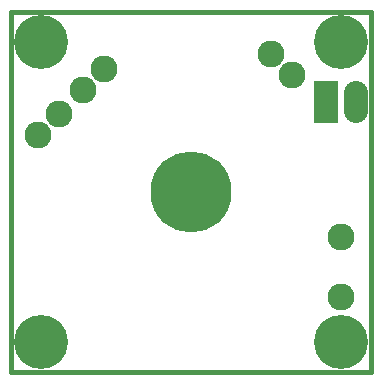
<source format=gts>
G04 (created by PCBNEW-RS274X (2010-05-05 BZR 2356)-stable) date 12/22/10 19:34:27*
G01*
G70*
G90*
%MOIN*%
G04 Gerber Fmt 3.4, Leading zero omitted, Abs format*
%FSLAX34Y34*%
G04 APERTURE LIST*
%ADD10C,0.005000*%
%ADD11C,0.015000*%
%ADD12C,0.270000*%
%ADD13C,0.090000*%
%ADD14R,0.080000X0.140000*%
%ADD15O,0.080000X0.140000*%
%ADD16C,0.180000*%
G04 APERTURE END LIST*
G54D10*
G54D11*
X10000Y-22000D02*
X10000Y-10000D01*
X22000Y-22000D02*
X10000Y-22000D01*
X22000Y-10000D02*
X22000Y-22000D01*
X10000Y-10000D02*
X22000Y-10000D01*
G54D12*
X16000Y-16000D03*
G54D13*
X21000Y-19500D03*
X21000Y-17500D03*
G54D14*
X20500Y-13000D03*
G54D15*
X21500Y-13000D03*
G54D13*
X18646Y-11396D03*
X19354Y-12104D03*
X12396Y-12604D03*
X13104Y-11896D03*
X10896Y-14104D03*
X11604Y-13396D03*
G54D16*
X21000Y-21000D03*
X11000Y-21000D03*
X11000Y-11000D03*
X21000Y-11000D03*
M02*

</source>
